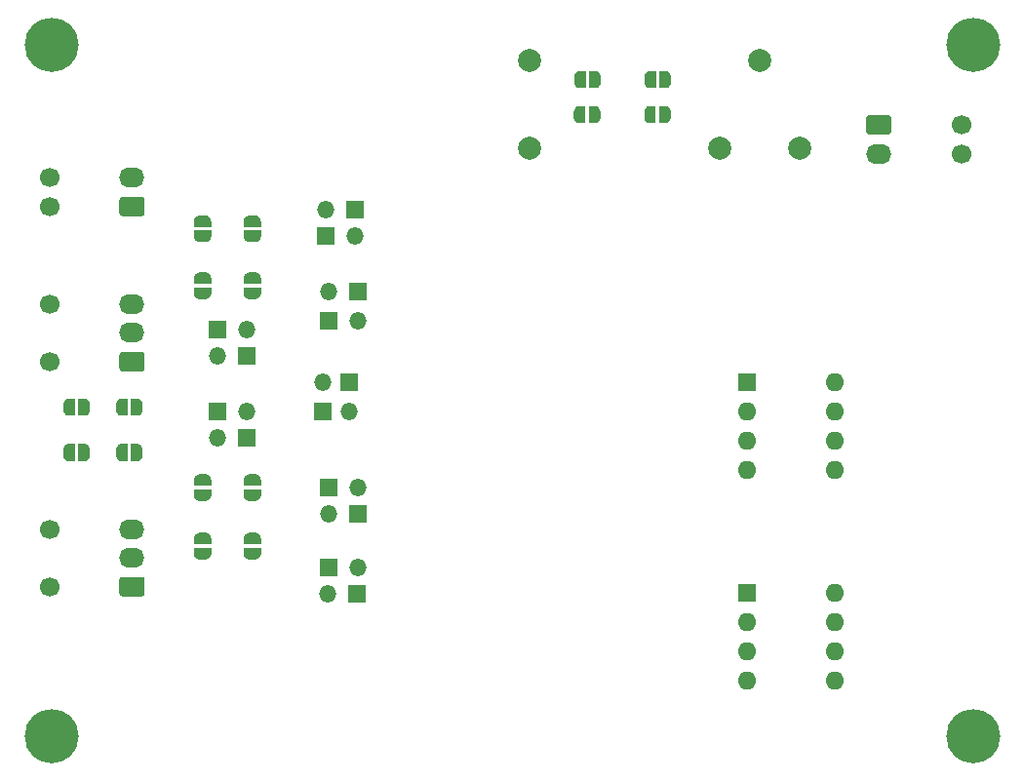
<source format=gbr>
%TF.GenerationSoftware,KiCad,Pcbnew,(5.1.10)-1*%
%TF.CreationDate,2022-04-28T16:13:21+02:00*%
%TF.ProjectId,BSPD-CV_3_0_03RC_B,42535044-2d43-4565-9f33-5f305f303352,rev?*%
%TF.SameCoordinates,Original*%
%TF.FileFunction,Soldermask,Bot*%
%TF.FilePolarity,Negative*%
%FSLAX46Y46*%
G04 Gerber Fmt 4.6, Leading zero omitted, Abs format (unit mm)*
G04 Created by KiCad (PCBNEW (5.1.10)-1) date 2022-04-28 16:13:21*
%MOMM*%
%LPD*%
G01*
G04 APERTURE LIST*
%ADD10C,2.000000*%
%ADD11C,0.100000*%
%ADD12O,1.500000X1.500000*%
%ADD13R,1.500000X1.500000*%
%ADD14O,1.600000X1.600000*%
%ADD15R,1.600000X1.600000*%
%ADD16C,1.700000*%
%ADD17O,2.200000X1.700000*%
%ADD18C,4.700000*%
G04 APERTURE END LIST*
D10*
%TO.C,K101*%
X214498000Y-99324000D03*
X210998000Y-106924000D03*
X217998000Y-106924000D03*
X194498000Y-106924000D03*
X194498000Y-99324000D03*
%TD*%
D11*
%TO.C,JP62*%
G36*
X159916000Y-128663000D02*
G01*
X160416000Y-128663000D01*
X160416000Y-128663602D01*
X160440534Y-128663602D01*
X160489365Y-128668412D01*
X160537490Y-128677984D01*
X160584445Y-128692228D01*
X160629778Y-128711005D01*
X160673051Y-128734136D01*
X160713850Y-128761396D01*
X160751779Y-128792524D01*
X160786476Y-128827221D01*
X160817604Y-128865150D01*
X160844864Y-128905949D01*
X160867995Y-128949222D01*
X160886772Y-128994555D01*
X160901016Y-129041510D01*
X160910588Y-129089635D01*
X160915398Y-129138466D01*
X160915398Y-129163000D01*
X160916000Y-129163000D01*
X160916000Y-129663000D01*
X160915398Y-129663000D01*
X160915398Y-129687534D01*
X160910588Y-129736365D01*
X160901016Y-129784490D01*
X160886772Y-129831445D01*
X160867995Y-129876778D01*
X160844864Y-129920051D01*
X160817604Y-129960850D01*
X160786476Y-129998779D01*
X160751779Y-130033476D01*
X160713850Y-130064604D01*
X160673051Y-130091864D01*
X160629778Y-130114995D01*
X160584445Y-130133772D01*
X160537490Y-130148016D01*
X160489365Y-130157588D01*
X160440534Y-130162398D01*
X160416000Y-130162398D01*
X160416000Y-130163000D01*
X159916000Y-130163000D01*
X159916000Y-128663000D01*
G37*
G36*
X159116000Y-130162398D02*
G01*
X159091466Y-130162398D01*
X159042635Y-130157588D01*
X158994510Y-130148016D01*
X158947555Y-130133772D01*
X158902222Y-130114995D01*
X158858949Y-130091864D01*
X158818150Y-130064604D01*
X158780221Y-130033476D01*
X158745524Y-129998779D01*
X158714396Y-129960850D01*
X158687136Y-129920051D01*
X158664005Y-129876778D01*
X158645228Y-129831445D01*
X158630984Y-129784490D01*
X158621412Y-129736365D01*
X158616602Y-129687534D01*
X158616602Y-129663000D01*
X158616000Y-129663000D01*
X158616000Y-129163000D01*
X158616602Y-129163000D01*
X158616602Y-129138466D01*
X158621412Y-129089635D01*
X158630984Y-129041510D01*
X158645228Y-128994555D01*
X158664005Y-128949222D01*
X158687136Y-128905949D01*
X158714396Y-128865150D01*
X158745524Y-128827221D01*
X158780221Y-128792524D01*
X158818150Y-128761396D01*
X158858949Y-128734136D01*
X158902222Y-128711005D01*
X158947555Y-128692228D01*
X158994510Y-128677984D01*
X159042635Y-128668412D01*
X159091466Y-128663602D01*
X159116000Y-128663602D01*
X159116000Y-128663000D01*
X159616000Y-128663000D01*
X159616000Y-130163000D01*
X159116000Y-130163000D01*
X159116000Y-130162398D01*
G37*
%TD*%
%TO.C,JP61*%
G36*
X159116000Y-134099398D02*
G01*
X159091466Y-134099398D01*
X159042635Y-134094588D01*
X158994510Y-134085016D01*
X158947555Y-134070772D01*
X158902222Y-134051995D01*
X158858949Y-134028864D01*
X158818150Y-134001604D01*
X158780221Y-133970476D01*
X158745524Y-133935779D01*
X158714396Y-133897850D01*
X158687136Y-133857051D01*
X158664005Y-133813778D01*
X158645228Y-133768445D01*
X158630984Y-133721490D01*
X158621412Y-133673365D01*
X158616602Y-133624534D01*
X158616602Y-133600000D01*
X158616000Y-133600000D01*
X158616000Y-133100000D01*
X158616602Y-133100000D01*
X158616602Y-133075466D01*
X158621412Y-133026635D01*
X158630984Y-132978510D01*
X158645228Y-132931555D01*
X158664005Y-132886222D01*
X158687136Y-132842949D01*
X158714396Y-132802150D01*
X158745524Y-132764221D01*
X158780221Y-132729524D01*
X158818150Y-132698396D01*
X158858949Y-132671136D01*
X158902222Y-132648005D01*
X158947555Y-132629228D01*
X158994510Y-132614984D01*
X159042635Y-132605412D01*
X159091466Y-132600602D01*
X159116000Y-132600602D01*
X159116000Y-132600000D01*
X159616000Y-132600000D01*
X159616000Y-134100000D01*
X159116000Y-134100000D01*
X159116000Y-134099398D01*
G37*
G36*
X159916000Y-132600000D02*
G01*
X160416000Y-132600000D01*
X160416000Y-132600602D01*
X160440534Y-132600602D01*
X160489365Y-132605412D01*
X160537490Y-132614984D01*
X160584445Y-132629228D01*
X160629778Y-132648005D01*
X160673051Y-132671136D01*
X160713850Y-132698396D01*
X160751779Y-132729524D01*
X160786476Y-132764221D01*
X160817604Y-132802150D01*
X160844864Y-132842949D01*
X160867995Y-132886222D01*
X160886772Y-132931555D01*
X160901016Y-132978510D01*
X160910588Y-133026635D01*
X160915398Y-133075466D01*
X160915398Y-133100000D01*
X160916000Y-133100000D01*
X160916000Y-133600000D01*
X160915398Y-133600000D01*
X160915398Y-133624534D01*
X160910588Y-133673365D01*
X160901016Y-133721490D01*
X160886772Y-133768445D01*
X160867995Y-133813778D01*
X160844864Y-133857051D01*
X160817604Y-133897850D01*
X160786476Y-133935779D01*
X160751779Y-133970476D01*
X160713850Y-134001604D01*
X160673051Y-134028864D01*
X160629778Y-134051995D01*
X160584445Y-134070772D01*
X160537490Y-134085016D01*
X160489365Y-134094588D01*
X160440534Y-134099398D01*
X160416000Y-134099398D01*
X160416000Y-134100000D01*
X159916000Y-134100000D01*
X159916000Y-132600000D01*
G37*
%TD*%
%TO.C,JP22*%
G36*
X155044000Y-130163000D02*
G01*
X154544000Y-130163000D01*
X154544000Y-130162398D01*
X154519466Y-130162398D01*
X154470635Y-130157588D01*
X154422510Y-130148016D01*
X154375555Y-130133772D01*
X154330222Y-130114995D01*
X154286949Y-130091864D01*
X154246150Y-130064604D01*
X154208221Y-130033476D01*
X154173524Y-129998779D01*
X154142396Y-129960850D01*
X154115136Y-129920051D01*
X154092005Y-129876778D01*
X154073228Y-129831445D01*
X154058984Y-129784490D01*
X154049412Y-129736365D01*
X154044602Y-129687534D01*
X154044602Y-129663000D01*
X154044000Y-129663000D01*
X154044000Y-129163000D01*
X154044602Y-129163000D01*
X154044602Y-129138466D01*
X154049412Y-129089635D01*
X154058984Y-129041510D01*
X154073228Y-128994555D01*
X154092005Y-128949222D01*
X154115136Y-128905949D01*
X154142396Y-128865150D01*
X154173524Y-128827221D01*
X154208221Y-128792524D01*
X154246150Y-128761396D01*
X154286949Y-128734136D01*
X154330222Y-128711005D01*
X154375555Y-128692228D01*
X154422510Y-128677984D01*
X154470635Y-128668412D01*
X154519466Y-128663602D01*
X154544000Y-128663602D01*
X154544000Y-128663000D01*
X155044000Y-128663000D01*
X155044000Y-130163000D01*
G37*
G36*
X155844000Y-128663602D02*
G01*
X155868534Y-128663602D01*
X155917365Y-128668412D01*
X155965490Y-128677984D01*
X156012445Y-128692228D01*
X156057778Y-128711005D01*
X156101051Y-128734136D01*
X156141850Y-128761396D01*
X156179779Y-128792524D01*
X156214476Y-128827221D01*
X156245604Y-128865150D01*
X156272864Y-128905949D01*
X156295995Y-128949222D01*
X156314772Y-128994555D01*
X156329016Y-129041510D01*
X156338588Y-129089635D01*
X156343398Y-129138466D01*
X156343398Y-129163000D01*
X156344000Y-129163000D01*
X156344000Y-129663000D01*
X156343398Y-129663000D01*
X156343398Y-129687534D01*
X156338588Y-129736365D01*
X156329016Y-129784490D01*
X156314772Y-129831445D01*
X156295995Y-129876778D01*
X156272864Y-129920051D01*
X156245604Y-129960850D01*
X156214476Y-129998779D01*
X156179779Y-130033476D01*
X156141850Y-130064604D01*
X156101051Y-130091864D01*
X156057778Y-130114995D01*
X156012445Y-130133772D01*
X155965490Y-130148016D01*
X155917365Y-130157588D01*
X155868534Y-130162398D01*
X155844000Y-130162398D01*
X155844000Y-130163000D01*
X155344000Y-130163000D01*
X155344000Y-128663000D01*
X155844000Y-128663000D01*
X155844000Y-128663602D01*
G37*
%TD*%
%TO.C,JP21*%
G36*
X155829000Y-132600602D02*
G01*
X155853534Y-132600602D01*
X155902365Y-132605412D01*
X155950490Y-132614984D01*
X155997445Y-132629228D01*
X156042778Y-132648005D01*
X156086051Y-132671136D01*
X156126850Y-132698396D01*
X156164779Y-132729524D01*
X156199476Y-132764221D01*
X156230604Y-132802150D01*
X156257864Y-132842949D01*
X156280995Y-132886222D01*
X156299772Y-132931555D01*
X156314016Y-132978510D01*
X156323588Y-133026635D01*
X156328398Y-133075466D01*
X156328398Y-133100000D01*
X156329000Y-133100000D01*
X156329000Y-133600000D01*
X156328398Y-133600000D01*
X156328398Y-133624534D01*
X156323588Y-133673365D01*
X156314016Y-133721490D01*
X156299772Y-133768445D01*
X156280995Y-133813778D01*
X156257864Y-133857051D01*
X156230604Y-133897850D01*
X156199476Y-133935779D01*
X156164779Y-133970476D01*
X156126850Y-134001604D01*
X156086051Y-134028864D01*
X156042778Y-134051995D01*
X155997445Y-134070772D01*
X155950490Y-134085016D01*
X155902365Y-134094588D01*
X155853534Y-134099398D01*
X155829000Y-134099398D01*
X155829000Y-134100000D01*
X155329000Y-134100000D01*
X155329000Y-132600000D01*
X155829000Y-132600000D01*
X155829000Y-132600602D01*
G37*
G36*
X155029000Y-134100000D02*
G01*
X154529000Y-134100000D01*
X154529000Y-134099398D01*
X154504466Y-134099398D01*
X154455635Y-134094588D01*
X154407510Y-134085016D01*
X154360555Y-134070772D01*
X154315222Y-134051995D01*
X154271949Y-134028864D01*
X154231150Y-134001604D01*
X154193221Y-133970476D01*
X154158524Y-133935779D01*
X154127396Y-133897850D01*
X154100136Y-133857051D01*
X154077005Y-133813778D01*
X154058228Y-133768445D01*
X154043984Y-133721490D01*
X154034412Y-133673365D01*
X154029602Y-133624534D01*
X154029602Y-133600000D01*
X154029000Y-133600000D01*
X154029000Y-133100000D01*
X154029602Y-133100000D01*
X154029602Y-133075466D01*
X154034412Y-133026635D01*
X154043984Y-132978510D01*
X154058228Y-132931555D01*
X154077005Y-132886222D01*
X154100136Y-132842949D01*
X154127396Y-132802150D01*
X154158524Y-132764221D01*
X154193221Y-132729524D01*
X154231150Y-132698396D01*
X154271949Y-132671136D01*
X154315222Y-132648005D01*
X154360555Y-132629228D01*
X154407510Y-132614984D01*
X154455635Y-132605412D01*
X154504466Y-132600602D01*
X154529000Y-132600602D01*
X154529000Y-132600000D01*
X155029000Y-132600000D01*
X155029000Y-134100000D01*
G37*
%TD*%
D12*
%TO.C,D56*%
X179578000Y-121920000D03*
D13*
X177038000Y-121920000D03*
%TD*%
D12*
%TO.C,D55*%
X177038000Y-119380000D03*
D13*
X179578000Y-119380000D03*
%TD*%
D12*
%TO.C,D47*%
X176784000Y-112268000D03*
D13*
X179324000Y-112268000D03*
%TD*%
D12*
%TO.C,D46*%
X179324000Y-114554000D03*
D13*
X176784000Y-114554000D03*
%TD*%
D12*
%TO.C,D22*%
X176530000Y-127254000D03*
D13*
X176530000Y-129794000D03*
%TD*%
D12*
%TO.C,D21*%
X178816000Y-129794000D03*
D13*
X178816000Y-127254000D03*
%TD*%
D12*
%TO.C,D54*%
X167386000Y-132080000D03*
D13*
X169926000Y-132080000D03*
%TD*%
D12*
%TO.C,D53*%
X169926000Y-129794000D03*
D13*
X167386000Y-129794000D03*
%TD*%
D12*
%TO.C,D52*%
X169926000Y-122682000D03*
D13*
X167386000Y-122682000D03*
%TD*%
D12*
%TO.C,D51*%
X167386000Y-124968000D03*
D13*
X169926000Y-124968000D03*
%TD*%
D12*
%TO.C,D44*%
X176974500Y-145669000D03*
D13*
X179514500Y-145669000D03*
%TD*%
D12*
%TO.C,D43*%
X179578000Y-143383000D03*
D13*
X177038000Y-143383000D03*
%TD*%
D12*
%TO.C,D42*%
X179641500Y-136398000D03*
D13*
X177101500Y-136398000D03*
%TD*%
D12*
%TO.C,D41*%
X177038000Y-138684000D03*
D13*
X179578000Y-138684000D03*
%TD*%
D11*
%TO.C,JP102*%
G36*
X206263000Y-103263602D02*
G01*
X206287534Y-103263602D01*
X206336365Y-103268412D01*
X206384490Y-103277984D01*
X206431445Y-103292228D01*
X206476778Y-103311005D01*
X206520051Y-103334136D01*
X206560850Y-103361396D01*
X206598779Y-103392524D01*
X206633476Y-103427221D01*
X206664604Y-103465150D01*
X206691864Y-103505949D01*
X206714995Y-103549222D01*
X206733772Y-103594555D01*
X206748016Y-103641510D01*
X206757588Y-103689635D01*
X206762398Y-103738466D01*
X206762398Y-103763000D01*
X206763000Y-103763000D01*
X206763000Y-104263000D01*
X206762398Y-104263000D01*
X206762398Y-104287534D01*
X206757588Y-104336365D01*
X206748016Y-104384490D01*
X206733772Y-104431445D01*
X206714995Y-104476778D01*
X206691864Y-104520051D01*
X206664604Y-104560850D01*
X206633476Y-104598779D01*
X206598779Y-104633476D01*
X206560850Y-104664604D01*
X206520051Y-104691864D01*
X206476778Y-104714995D01*
X206431445Y-104733772D01*
X206384490Y-104748016D01*
X206336365Y-104757588D01*
X206287534Y-104762398D01*
X206263000Y-104762398D01*
X206263000Y-104763000D01*
X205763000Y-104763000D01*
X205763000Y-103263000D01*
X206263000Y-103263000D01*
X206263000Y-103263602D01*
G37*
G36*
X205463000Y-104763000D02*
G01*
X204963000Y-104763000D01*
X204963000Y-104762398D01*
X204938466Y-104762398D01*
X204889635Y-104757588D01*
X204841510Y-104748016D01*
X204794555Y-104733772D01*
X204749222Y-104714995D01*
X204705949Y-104691864D01*
X204665150Y-104664604D01*
X204627221Y-104633476D01*
X204592524Y-104598779D01*
X204561396Y-104560850D01*
X204534136Y-104520051D01*
X204511005Y-104476778D01*
X204492228Y-104431445D01*
X204477984Y-104384490D01*
X204468412Y-104336365D01*
X204463602Y-104287534D01*
X204463602Y-104263000D01*
X204463000Y-104263000D01*
X204463000Y-103763000D01*
X204463602Y-103763000D01*
X204463602Y-103738466D01*
X204468412Y-103689635D01*
X204477984Y-103641510D01*
X204492228Y-103594555D01*
X204511005Y-103549222D01*
X204534136Y-103505949D01*
X204561396Y-103465150D01*
X204592524Y-103427221D01*
X204627221Y-103392524D01*
X204665150Y-103361396D01*
X204705949Y-103334136D01*
X204749222Y-103311005D01*
X204794555Y-103292228D01*
X204841510Y-103277984D01*
X204889635Y-103268412D01*
X204938466Y-103263602D01*
X204963000Y-103263602D01*
X204963000Y-103263000D01*
X205463000Y-103263000D01*
X205463000Y-104763000D01*
G37*
%TD*%
%TO.C,JP101*%
G36*
X205478000Y-101715000D02*
G01*
X204978000Y-101715000D01*
X204978000Y-101714398D01*
X204953466Y-101714398D01*
X204904635Y-101709588D01*
X204856510Y-101700016D01*
X204809555Y-101685772D01*
X204764222Y-101666995D01*
X204720949Y-101643864D01*
X204680150Y-101616604D01*
X204642221Y-101585476D01*
X204607524Y-101550779D01*
X204576396Y-101512850D01*
X204549136Y-101472051D01*
X204526005Y-101428778D01*
X204507228Y-101383445D01*
X204492984Y-101336490D01*
X204483412Y-101288365D01*
X204478602Y-101239534D01*
X204478602Y-101215000D01*
X204478000Y-101215000D01*
X204478000Y-100715000D01*
X204478602Y-100715000D01*
X204478602Y-100690466D01*
X204483412Y-100641635D01*
X204492984Y-100593510D01*
X204507228Y-100546555D01*
X204526005Y-100501222D01*
X204549136Y-100457949D01*
X204576396Y-100417150D01*
X204607524Y-100379221D01*
X204642221Y-100344524D01*
X204680150Y-100313396D01*
X204720949Y-100286136D01*
X204764222Y-100263005D01*
X204809555Y-100244228D01*
X204856510Y-100229984D01*
X204904635Y-100220412D01*
X204953466Y-100215602D01*
X204978000Y-100215602D01*
X204978000Y-100215000D01*
X205478000Y-100215000D01*
X205478000Y-101715000D01*
G37*
G36*
X206278000Y-100215602D02*
G01*
X206302534Y-100215602D01*
X206351365Y-100220412D01*
X206399490Y-100229984D01*
X206446445Y-100244228D01*
X206491778Y-100263005D01*
X206535051Y-100286136D01*
X206575850Y-100313396D01*
X206613779Y-100344524D01*
X206648476Y-100379221D01*
X206679604Y-100417150D01*
X206706864Y-100457949D01*
X206729995Y-100501222D01*
X206748772Y-100546555D01*
X206763016Y-100593510D01*
X206772588Y-100641635D01*
X206777398Y-100690466D01*
X206777398Y-100715000D01*
X206778000Y-100715000D01*
X206778000Y-101215000D01*
X206777398Y-101215000D01*
X206777398Y-101239534D01*
X206772588Y-101288365D01*
X206763016Y-101336490D01*
X206748772Y-101383445D01*
X206729995Y-101428778D01*
X206706864Y-101472051D01*
X206679604Y-101512850D01*
X206648476Y-101550779D01*
X206613779Y-101585476D01*
X206575850Y-101616604D01*
X206535051Y-101643864D01*
X206491778Y-101666995D01*
X206446445Y-101685772D01*
X206399490Y-101700016D01*
X206351365Y-101709588D01*
X206302534Y-101714398D01*
X206278000Y-101714398D01*
X206278000Y-101715000D01*
X205778000Y-101715000D01*
X205778000Y-100215000D01*
X206278000Y-100215000D01*
X206278000Y-100215602D01*
G37*
%TD*%
%TO.C,JP72*%
G36*
X200182000Y-100215602D02*
G01*
X200206534Y-100215602D01*
X200255365Y-100220412D01*
X200303490Y-100229984D01*
X200350445Y-100244228D01*
X200395778Y-100263005D01*
X200439051Y-100286136D01*
X200479850Y-100313396D01*
X200517779Y-100344524D01*
X200552476Y-100379221D01*
X200583604Y-100417150D01*
X200610864Y-100457949D01*
X200633995Y-100501222D01*
X200652772Y-100546555D01*
X200667016Y-100593510D01*
X200676588Y-100641635D01*
X200681398Y-100690466D01*
X200681398Y-100715000D01*
X200682000Y-100715000D01*
X200682000Y-101215000D01*
X200681398Y-101215000D01*
X200681398Y-101239534D01*
X200676588Y-101288365D01*
X200667016Y-101336490D01*
X200652772Y-101383445D01*
X200633995Y-101428778D01*
X200610864Y-101472051D01*
X200583604Y-101512850D01*
X200552476Y-101550779D01*
X200517779Y-101585476D01*
X200479850Y-101616604D01*
X200439051Y-101643864D01*
X200395778Y-101666995D01*
X200350445Y-101685772D01*
X200303490Y-101700016D01*
X200255365Y-101709588D01*
X200206534Y-101714398D01*
X200182000Y-101714398D01*
X200182000Y-101715000D01*
X199682000Y-101715000D01*
X199682000Y-100215000D01*
X200182000Y-100215000D01*
X200182000Y-100215602D01*
G37*
G36*
X199382000Y-101715000D02*
G01*
X198882000Y-101715000D01*
X198882000Y-101714398D01*
X198857466Y-101714398D01*
X198808635Y-101709588D01*
X198760510Y-101700016D01*
X198713555Y-101685772D01*
X198668222Y-101666995D01*
X198624949Y-101643864D01*
X198584150Y-101616604D01*
X198546221Y-101585476D01*
X198511524Y-101550779D01*
X198480396Y-101512850D01*
X198453136Y-101472051D01*
X198430005Y-101428778D01*
X198411228Y-101383445D01*
X198396984Y-101336490D01*
X198387412Y-101288365D01*
X198382602Y-101239534D01*
X198382602Y-101215000D01*
X198382000Y-101215000D01*
X198382000Y-100715000D01*
X198382602Y-100715000D01*
X198382602Y-100690466D01*
X198387412Y-100641635D01*
X198396984Y-100593510D01*
X198411228Y-100546555D01*
X198430005Y-100501222D01*
X198453136Y-100457949D01*
X198480396Y-100417150D01*
X198511524Y-100379221D01*
X198546221Y-100344524D01*
X198584150Y-100313396D01*
X198624949Y-100286136D01*
X198668222Y-100263005D01*
X198713555Y-100244228D01*
X198760510Y-100229984D01*
X198808635Y-100220412D01*
X198857466Y-100215602D01*
X198882000Y-100215602D01*
X198882000Y-100215000D01*
X199382000Y-100215000D01*
X199382000Y-101715000D01*
G37*
%TD*%
%TO.C,JP71*%
G36*
X199352000Y-104763000D02*
G01*
X198852000Y-104763000D01*
X198852000Y-104762398D01*
X198827466Y-104762398D01*
X198778635Y-104757588D01*
X198730510Y-104748016D01*
X198683555Y-104733772D01*
X198638222Y-104714995D01*
X198594949Y-104691864D01*
X198554150Y-104664604D01*
X198516221Y-104633476D01*
X198481524Y-104598779D01*
X198450396Y-104560850D01*
X198423136Y-104520051D01*
X198400005Y-104476778D01*
X198381228Y-104431445D01*
X198366984Y-104384490D01*
X198357412Y-104336365D01*
X198352602Y-104287534D01*
X198352602Y-104263000D01*
X198352000Y-104263000D01*
X198352000Y-103763000D01*
X198352602Y-103763000D01*
X198352602Y-103738466D01*
X198357412Y-103689635D01*
X198366984Y-103641510D01*
X198381228Y-103594555D01*
X198400005Y-103549222D01*
X198423136Y-103505949D01*
X198450396Y-103465150D01*
X198481524Y-103427221D01*
X198516221Y-103392524D01*
X198554150Y-103361396D01*
X198594949Y-103334136D01*
X198638222Y-103311005D01*
X198683555Y-103292228D01*
X198730510Y-103277984D01*
X198778635Y-103268412D01*
X198827466Y-103263602D01*
X198852000Y-103263602D01*
X198852000Y-103263000D01*
X199352000Y-103263000D01*
X199352000Y-104763000D01*
G37*
G36*
X200152000Y-103263602D02*
G01*
X200176534Y-103263602D01*
X200225365Y-103268412D01*
X200273490Y-103277984D01*
X200320445Y-103292228D01*
X200365778Y-103311005D01*
X200409051Y-103334136D01*
X200449850Y-103361396D01*
X200487779Y-103392524D01*
X200522476Y-103427221D01*
X200553604Y-103465150D01*
X200580864Y-103505949D01*
X200603995Y-103549222D01*
X200622772Y-103594555D01*
X200637016Y-103641510D01*
X200646588Y-103689635D01*
X200651398Y-103738466D01*
X200651398Y-103763000D01*
X200652000Y-103763000D01*
X200652000Y-104263000D01*
X200651398Y-104263000D01*
X200651398Y-104287534D01*
X200646588Y-104336365D01*
X200637016Y-104384490D01*
X200622772Y-104431445D01*
X200603995Y-104476778D01*
X200580864Y-104520051D01*
X200553604Y-104560850D01*
X200522476Y-104598779D01*
X200487779Y-104633476D01*
X200449850Y-104664604D01*
X200409051Y-104691864D01*
X200365778Y-104714995D01*
X200320445Y-104733772D01*
X200273490Y-104748016D01*
X200225365Y-104757588D01*
X200176534Y-104762398D01*
X200152000Y-104762398D01*
X200152000Y-104763000D01*
X199652000Y-104763000D01*
X199652000Y-103263000D01*
X200152000Y-103263000D01*
X200152000Y-103263602D01*
G37*
%TD*%
D14*
%TO.C,U91*%
X220980000Y-145542000D03*
X213360000Y-153162000D03*
X220980000Y-148082000D03*
X213360000Y-150622000D03*
X220980000Y-150622000D03*
X213360000Y-148082000D03*
X220980000Y-153162000D03*
D15*
X213360000Y-145542000D03*
%TD*%
D14*
%TO.C,U81*%
X220980000Y-127254000D03*
X213360000Y-134874000D03*
X220980000Y-129794000D03*
X213360000Y-132334000D03*
X220980000Y-132334000D03*
X213360000Y-129794000D03*
X220980000Y-134874000D03*
D15*
X213360000Y-127254000D03*
%TD*%
D16*
%TO.C,J3*%
X152820000Y-140000000D03*
X152820000Y-145000000D03*
D17*
X160000000Y-140000000D03*
X160000000Y-142500000D03*
G36*
G01*
X161100000Y-144400000D02*
X161100000Y-145600000D01*
G75*
G02*
X160850000Y-145850000I-250000J0D01*
G01*
X159150000Y-145850000D01*
G75*
G02*
X158900000Y-145600000I0J250000D01*
G01*
X158900000Y-144400000D01*
G75*
G02*
X159150000Y-144150000I250000J0D01*
G01*
X160850000Y-144150000D01*
G75*
G02*
X161100000Y-144400000I0J-250000D01*
G01*
G37*
%TD*%
D16*
%TO.C,J2*%
X152820000Y-120476000D03*
X152820000Y-125476000D03*
D17*
X160000000Y-120476000D03*
X160000000Y-122976000D03*
G36*
G01*
X161100000Y-124876000D02*
X161100000Y-126076000D01*
G75*
G02*
X160850000Y-126326000I-250000J0D01*
G01*
X159150000Y-126326000D01*
G75*
G02*
X158900000Y-126076000I0J250000D01*
G01*
X158900000Y-124876000D01*
G75*
G02*
X159150000Y-124626000I250000J0D01*
G01*
X160850000Y-124626000D01*
G75*
G02*
X161100000Y-124876000I0J-250000D01*
G01*
G37*
%TD*%
D16*
%TO.C,J4*%
X231995400Y-107402000D03*
X231995400Y-104902000D03*
D17*
X224815400Y-107402000D03*
G36*
G01*
X223715400Y-105502000D02*
X223715400Y-104302000D01*
G75*
G02*
X223965400Y-104052000I250000J0D01*
G01*
X225665400Y-104052000D01*
G75*
G02*
X225915400Y-104302000I0J-250000D01*
G01*
X225915400Y-105502000D01*
G75*
G02*
X225665400Y-105752000I-250000J0D01*
G01*
X223965400Y-105752000D01*
G75*
G02*
X223715400Y-105502000I0J250000D01*
G01*
G37*
%TD*%
D16*
%TO.C,J1*%
X152820000Y-109500000D03*
X152820000Y-112000000D03*
D17*
X160000000Y-109500000D03*
G36*
G01*
X161100000Y-111400000D02*
X161100000Y-112600000D01*
G75*
G02*
X160850000Y-112850000I-250000J0D01*
G01*
X159150000Y-112850000D01*
G75*
G02*
X158900000Y-112600000I0J250000D01*
G01*
X158900000Y-111400000D01*
G75*
G02*
X159150000Y-111150000I250000J0D01*
G01*
X160850000Y-111150000D01*
G75*
G02*
X161100000Y-111400000I0J-250000D01*
G01*
G37*
%TD*%
D18*
%TO.C,H4*%
X233000000Y-158000000D03*
%TD*%
%TO.C,H3*%
X153000000Y-158000000D03*
%TD*%
%TO.C,H2*%
X233000000Y-98000000D03*
%TD*%
%TO.C,H1*%
X153000000Y-98000000D03*
%TD*%
D11*
%TO.C,JP54*%
G36*
X169684000Y-136248000D02*
G01*
X169684000Y-135748000D01*
X169684602Y-135748000D01*
X169684602Y-135723466D01*
X169689412Y-135674635D01*
X169698984Y-135626510D01*
X169713228Y-135579555D01*
X169732005Y-135534222D01*
X169755136Y-135490949D01*
X169782396Y-135450150D01*
X169813524Y-135412221D01*
X169848221Y-135377524D01*
X169886150Y-135346396D01*
X169926949Y-135319136D01*
X169970222Y-135296005D01*
X170015555Y-135277228D01*
X170062510Y-135262984D01*
X170110635Y-135253412D01*
X170159466Y-135248602D01*
X170184000Y-135248602D01*
X170184000Y-135248000D01*
X170684000Y-135248000D01*
X170684000Y-135248602D01*
X170708534Y-135248602D01*
X170757365Y-135253412D01*
X170805490Y-135262984D01*
X170852445Y-135277228D01*
X170897778Y-135296005D01*
X170941051Y-135319136D01*
X170981850Y-135346396D01*
X171019779Y-135377524D01*
X171054476Y-135412221D01*
X171085604Y-135450150D01*
X171112864Y-135490949D01*
X171135995Y-135534222D01*
X171154772Y-135579555D01*
X171169016Y-135626510D01*
X171178588Y-135674635D01*
X171183398Y-135723466D01*
X171183398Y-135748000D01*
X171184000Y-135748000D01*
X171184000Y-136248000D01*
X169684000Y-136248000D01*
G37*
G36*
X171183398Y-137048000D02*
G01*
X171183398Y-137072534D01*
X171178588Y-137121365D01*
X171169016Y-137169490D01*
X171154772Y-137216445D01*
X171135995Y-137261778D01*
X171112864Y-137305051D01*
X171085604Y-137345850D01*
X171054476Y-137383779D01*
X171019779Y-137418476D01*
X170981850Y-137449604D01*
X170941051Y-137476864D01*
X170897778Y-137499995D01*
X170852445Y-137518772D01*
X170805490Y-137533016D01*
X170757365Y-137542588D01*
X170708534Y-137547398D01*
X170684000Y-137547398D01*
X170684000Y-137548000D01*
X170184000Y-137548000D01*
X170184000Y-137547398D01*
X170159466Y-137547398D01*
X170110635Y-137542588D01*
X170062510Y-137533016D01*
X170015555Y-137518772D01*
X169970222Y-137499995D01*
X169926949Y-137476864D01*
X169886150Y-137449604D01*
X169848221Y-137418476D01*
X169813524Y-137383779D01*
X169782396Y-137345850D01*
X169755136Y-137305051D01*
X169732005Y-137261778D01*
X169713228Y-137216445D01*
X169698984Y-137169490D01*
X169689412Y-137121365D01*
X169684602Y-137072534D01*
X169684602Y-137048000D01*
X169684000Y-137048000D01*
X169684000Y-136548000D01*
X171184000Y-136548000D01*
X171184000Y-137048000D01*
X171183398Y-137048000D01*
G37*
%TD*%
%TO.C,JP53*%
G36*
X169684602Y-140828000D02*
G01*
X169684602Y-140803466D01*
X169689412Y-140754635D01*
X169698984Y-140706510D01*
X169713228Y-140659555D01*
X169732005Y-140614222D01*
X169755136Y-140570949D01*
X169782396Y-140530150D01*
X169813524Y-140492221D01*
X169848221Y-140457524D01*
X169886150Y-140426396D01*
X169926949Y-140399136D01*
X169970222Y-140376005D01*
X170015555Y-140357228D01*
X170062510Y-140342984D01*
X170110635Y-140333412D01*
X170159466Y-140328602D01*
X170184000Y-140328602D01*
X170184000Y-140328000D01*
X170684000Y-140328000D01*
X170684000Y-140328602D01*
X170708534Y-140328602D01*
X170757365Y-140333412D01*
X170805490Y-140342984D01*
X170852445Y-140357228D01*
X170897778Y-140376005D01*
X170941051Y-140399136D01*
X170981850Y-140426396D01*
X171019779Y-140457524D01*
X171054476Y-140492221D01*
X171085604Y-140530150D01*
X171112864Y-140570949D01*
X171135995Y-140614222D01*
X171154772Y-140659555D01*
X171169016Y-140706510D01*
X171178588Y-140754635D01*
X171183398Y-140803466D01*
X171183398Y-140828000D01*
X171184000Y-140828000D01*
X171184000Y-141328000D01*
X169684000Y-141328000D01*
X169684000Y-140828000D01*
X169684602Y-140828000D01*
G37*
G36*
X171184000Y-141628000D02*
G01*
X171184000Y-142128000D01*
X171183398Y-142128000D01*
X171183398Y-142152534D01*
X171178588Y-142201365D01*
X171169016Y-142249490D01*
X171154772Y-142296445D01*
X171135995Y-142341778D01*
X171112864Y-142385051D01*
X171085604Y-142425850D01*
X171054476Y-142463779D01*
X171019779Y-142498476D01*
X170981850Y-142529604D01*
X170941051Y-142556864D01*
X170897778Y-142579995D01*
X170852445Y-142598772D01*
X170805490Y-142613016D01*
X170757365Y-142622588D01*
X170708534Y-142627398D01*
X170684000Y-142627398D01*
X170684000Y-142628000D01*
X170184000Y-142628000D01*
X170184000Y-142627398D01*
X170159466Y-142627398D01*
X170110635Y-142622588D01*
X170062510Y-142613016D01*
X170015555Y-142598772D01*
X169970222Y-142579995D01*
X169926949Y-142556864D01*
X169886150Y-142529604D01*
X169848221Y-142498476D01*
X169813524Y-142463779D01*
X169782396Y-142425850D01*
X169755136Y-142385051D01*
X169732005Y-142341778D01*
X169713228Y-142296445D01*
X169698984Y-142249490D01*
X169689412Y-142201365D01*
X169684602Y-142152534D01*
X169684602Y-142128000D01*
X169684000Y-142128000D01*
X169684000Y-141628000D01*
X171184000Y-141628000D01*
G37*
%TD*%
%TO.C,JP52*%
G36*
X166865398Y-137048000D02*
G01*
X166865398Y-137072534D01*
X166860588Y-137121365D01*
X166851016Y-137169490D01*
X166836772Y-137216445D01*
X166817995Y-137261778D01*
X166794864Y-137305051D01*
X166767604Y-137345850D01*
X166736476Y-137383779D01*
X166701779Y-137418476D01*
X166663850Y-137449604D01*
X166623051Y-137476864D01*
X166579778Y-137499995D01*
X166534445Y-137518772D01*
X166487490Y-137533016D01*
X166439365Y-137542588D01*
X166390534Y-137547398D01*
X166366000Y-137547398D01*
X166366000Y-137548000D01*
X165866000Y-137548000D01*
X165866000Y-137547398D01*
X165841466Y-137547398D01*
X165792635Y-137542588D01*
X165744510Y-137533016D01*
X165697555Y-137518772D01*
X165652222Y-137499995D01*
X165608949Y-137476864D01*
X165568150Y-137449604D01*
X165530221Y-137418476D01*
X165495524Y-137383779D01*
X165464396Y-137345850D01*
X165437136Y-137305051D01*
X165414005Y-137261778D01*
X165395228Y-137216445D01*
X165380984Y-137169490D01*
X165371412Y-137121365D01*
X165366602Y-137072534D01*
X165366602Y-137048000D01*
X165366000Y-137048000D01*
X165366000Y-136548000D01*
X166866000Y-136548000D01*
X166866000Y-137048000D01*
X166865398Y-137048000D01*
G37*
G36*
X165366000Y-136248000D02*
G01*
X165366000Y-135748000D01*
X165366602Y-135748000D01*
X165366602Y-135723466D01*
X165371412Y-135674635D01*
X165380984Y-135626510D01*
X165395228Y-135579555D01*
X165414005Y-135534222D01*
X165437136Y-135490949D01*
X165464396Y-135450150D01*
X165495524Y-135412221D01*
X165530221Y-135377524D01*
X165568150Y-135346396D01*
X165608949Y-135319136D01*
X165652222Y-135296005D01*
X165697555Y-135277228D01*
X165744510Y-135262984D01*
X165792635Y-135253412D01*
X165841466Y-135248602D01*
X165866000Y-135248602D01*
X165866000Y-135248000D01*
X166366000Y-135248000D01*
X166366000Y-135248602D01*
X166390534Y-135248602D01*
X166439365Y-135253412D01*
X166487490Y-135262984D01*
X166534445Y-135277228D01*
X166579778Y-135296005D01*
X166623051Y-135319136D01*
X166663850Y-135346396D01*
X166701779Y-135377524D01*
X166736476Y-135412221D01*
X166767604Y-135450150D01*
X166794864Y-135490949D01*
X166817995Y-135534222D01*
X166836772Y-135579555D01*
X166851016Y-135626510D01*
X166860588Y-135674635D01*
X166865398Y-135723466D01*
X166865398Y-135748000D01*
X166866000Y-135748000D01*
X166866000Y-136248000D01*
X165366000Y-136248000D01*
G37*
%TD*%
%TO.C,JP51*%
G36*
X166866000Y-141628000D02*
G01*
X166866000Y-142128000D01*
X166865398Y-142128000D01*
X166865398Y-142152534D01*
X166860588Y-142201365D01*
X166851016Y-142249490D01*
X166836772Y-142296445D01*
X166817995Y-142341778D01*
X166794864Y-142385051D01*
X166767604Y-142425850D01*
X166736476Y-142463779D01*
X166701779Y-142498476D01*
X166663850Y-142529604D01*
X166623051Y-142556864D01*
X166579778Y-142579995D01*
X166534445Y-142598772D01*
X166487490Y-142613016D01*
X166439365Y-142622588D01*
X166390534Y-142627398D01*
X166366000Y-142627398D01*
X166366000Y-142628000D01*
X165866000Y-142628000D01*
X165866000Y-142627398D01*
X165841466Y-142627398D01*
X165792635Y-142622588D01*
X165744510Y-142613016D01*
X165697555Y-142598772D01*
X165652222Y-142579995D01*
X165608949Y-142556864D01*
X165568150Y-142529604D01*
X165530221Y-142498476D01*
X165495524Y-142463779D01*
X165464396Y-142425850D01*
X165437136Y-142385051D01*
X165414005Y-142341778D01*
X165395228Y-142296445D01*
X165380984Y-142249490D01*
X165371412Y-142201365D01*
X165366602Y-142152534D01*
X165366602Y-142128000D01*
X165366000Y-142128000D01*
X165366000Y-141628000D01*
X166866000Y-141628000D01*
G37*
G36*
X165366602Y-140828000D02*
G01*
X165366602Y-140803466D01*
X165371412Y-140754635D01*
X165380984Y-140706510D01*
X165395228Y-140659555D01*
X165414005Y-140614222D01*
X165437136Y-140570949D01*
X165464396Y-140530150D01*
X165495524Y-140492221D01*
X165530221Y-140457524D01*
X165568150Y-140426396D01*
X165608949Y-140399136D01*
X165652222Y-140376005D01*
X165697555Y-140357228D01*
X165744510Y-140342984D01*
X165792635Y-140333412D01*
X165841466Y-140328602D01*
X165866000Y-140328602D01*
X165866000Y-140328000D01*
X166366000Y-140328000D01*
X166366000Y-140328602D01*
X166390534Y-140328602D01*
X166439365Y-140333412D01*
X166487490Y-140342984D01*
X166534445Y-140357228D01*
X166579778Y-140376005D01*
X166623051Y-140399136D01*
X166663850Y-140426396D01*
X166701779Y-140457524D01*
X166736476Y-140492221D01*
X166767604Y-140530150D01*
X166794864Y-140570949D01*
X166817995Y-140614222D01*
X166836772Y-140659555D01*
X166851016Y-140706510D01*
X166860588Y-140754635D01*
X166865398Y-140803466D01*
X166865398Y-140828000D01*
X166866000Y-140828000D01*
X166866000Y-141328000D01*
X165366000Y-141328000D01*
X165366000Y-140828000D01*
X165366602Y-140828000D01*
G37*
%TD*%
%TO.C,JP44*%
G36*
X169684000Y-113784000D02*
G01*
X169684000Y-113284000D01*
X169684602Y-113284000D01*
X169684602Y-113259466D01*
X169689412Y-113210635D01*
X169698984Y-113162510D01*
X169713228Y-113115555D01*
X169732005Y-113070222D01*
X169755136Y-113026949D01*
X169782396Y-112986150D01*
X169813524Y-112948221D01*
X169848221Y-112913524D01*
X169886150Y-112882396D01*
X169926949Y-112855136D01*
X169970222Y-112832005D01*
X170015555Y-112813228D01*
X170062510Y-112798984D01*
X170110635Y-112789412D01*
X170159466Y-112784602D01*
X170184000Y-112784602D01*
X170184000Y-112784000D01*
X170684000Y-112784000D01*
X170684000Y-112784602D01*
X170708534Y-112784602D01*
X170757365Y-112789412D01*
X170805490Y-112798984D01*
X170852445Y-112813228D01*
X170897778Y-112832005D01*
X170941051Y-112855136D01*
X170981850Y-112882396D01*
X171019779Y-112913524D01*
X171054476Y-112948221D01*
X171085604Y-112986150D01*
X171112864Y-113026949D01*
X171135995Y-113070222D01*
X171154772Y-113115555D01*
X171169016Y-113162510D01*
X171178588Y-113210635D01*
X171183398Y-113259466D01*
X171183398Y-113284000D01*
X171184000Y-113284000D01*
X171184000Y-113784000D01*
X169684000Y-113784000D01*
G37*
G36*
X171183398Y-114584000D02*
G01*
X171183398Y-114608534D01*
X171178588Y-114657365D01*
X171169016Y-114705490D01*
X171154772Y-114752445D01*
X171135995Y-114797778D01*
X171112864Y-114841051D01*
X171085604Y-114881850D01*
X171054476Y-114919779D01*
X171019779Y-114954476D01*
X170981850Y-114985604D01*
X170941051Y-115012864D01*
X170897778Y-115035995D01*
X170852445Y-115054772D01*
X170805490Y-115069016D01*
X170757365Y-115078588D01*
X170708534Y-115083398D01*
X170684000Y-115083398D01*
X170684000Y-115084000D01*
X170184000Y-115084000D01*
X170184000Y-115083398D01*
X170159466Y-115083398D01*
X170110635Y-115078588D01*
X170062510Y-115069016D01*
X170015555Y-115054772D01*
X169970222Y-115035995D01*
X169926949Y-115012864D01*
X169886150Y-114985604D01*
X169848221Y-114954476D01*
X169813524Y-114919779D01*
X169782396Y-114881850D01*
X169755136Y-114841051D01*
X169732005Y-114797778D01*
X169713228Y-114752445D01*
X169698984Y-114705490D01*
X169689412Y-114657365D01*
X169684602Y-114608534D01*
X169684602Y-114584000D01*
X169684000Y-114584000D01*
X169684000Y-114084000D01*
X171184000Y-114084000D01*
X171184000Y-114584000D01*
X171183398Y-114584000D01*
G37*
%TD*%
%TO.C,JP43*%
G36*
X169684602Y-118222000D02*
G01*
X169684602Y-118197466D01*
X169689412Y-118148635D01*
X169698984Y-118100510D01*
X169713228Y-118053555D01*
X169732005Y-118008222D01*
X169755136Y-117964949D01*
X169782396Y-117924150D01*
X169813524Y-117886221D01*
X169848221Y-117851524D01*
X169886150Y-117820396D01*
X169926949Y-117793136D01*
X169970222Y-117770005D01*
X170015555Y-117751228D01*
X170062510Y-117736984D01*
X170110635Y-117727412D01*
X170159466Y-117722602D01*
X170184000Y-117722602D01*
X170184000Y-117722000D01*
X170684000Y-117722000D01*
X170684000Y-117722602D01*
X170708534Y-117722602D01*
X170757365Y-117727412D01*
X170805490Y-117736984D01*
X170852445Y-117751228D01*
X170897778Y-117770005D01*
X170941051Y-117793136D01*
X170981850Y-117820396D01*
X171019779Y-117851524D01*
X171054476Y-117886221D01*
X171085604Y-117924150D01*
X171112864Y-117964949D01*
X171135995Y-118008222D01*
X171154772Y-118053555D01*
X171169016Y-118100510D01*
X171178588Y-118148635D01*
X171183398Y-118197466D01*
X171183398Y-118222000D01*
X171184000Y-118222000D01*
X171184000Y-118722000D01*
X169684000Y-118722000D01*
X169684000Y-118222000D01*
X169684602Y-118222000D01*
G37*
G36*
X171184000Y-119022000D02*
G01*
X171184000Y-119522000D01*
X171183398Y-119522000D01*
X171183398Y-119546534D01*
X171178588Y-119595365D01*
X171169016Y-119643490D01*
X171154772Y-119690445D01*
X171135995Y-119735778D01*
X171112864Y-119779051D01*
X171085604Y-119819850D01*
X171054476Y-119857779D01*
X171019779Y-119892476D01*
X170981850Y-119923604D01*
X170941051Y-119950864D01*
X170897778Y-119973995D01*
X170852445Y-119992772D01*
X170805490Y-120007016D01*
X170757365Y-120016588D01*
X170708534Y-120021398D01*
X170684000Y-120021398D01*
X170684000Y-120022000D01*
X170184000Y-120022000D01*
X170184000Y-120021398D01*
X170159466Y-120021398D01*
X170110635Y-120016588D01*
X170062510Y-120007016D01*
X170015555Y-119992772D01*
X169970222Y-119973995D01*
X169926949Y-119950864D01*
X169886150Y-119923604D01*
X169848221Y-119892476D01*
X169813524Y-119857779D01*
X169782396Y-119819850D01*
X169755136Y-119779051D01*
X169732005Y-119735778D01*
X169713228Y-119690445D01*
X169698984Y-119643490D01*
X169689412Y-119595365D01*
X169684602Y-119546534D01*
X169684602Y-119522000D01*
X169684000Y-119522000D01*
X169684000Y-119022000D01*
X171184000Y-119022000D01*
G37*
%TD*%
%TO.C,JP42*%
G36*
X166865398Y-114584000D02*
G01*
X166865398Y-114608534D01*
X166860588Y-114657365D01*
X166851016Y-114705490D01*
X166836772Y-114752445D01*
X166817995Y-114797778D01*
X166794864Y-114841051D01*
X166767604Y-114881850D01*
X166736476Y-114919779D01*
X166701779Y-114954476D01*
X166663850Y-114985604D01*
X166623051Y-115012864D01*
X166579778Y-115035995D01*
X166534445Y-115054772D01*
X166487490Y-115069016D01*
X166439365Y-115078588D01*
X166390534Y-115083398D01*
X166366000Y-115083398D01*
X166366000Y-115084000D01*
X165866000Y-115084000D01*
X165866000Y-115083398D01*
X165841466Y-115083398D01*
X165792635Y-115078588D01*
X165744510Y-115069016D01*
X165697555Y-115054772D01*
X165652222Y-115035995D01*
X165608949Y-115012864D01*
X165568150Y-114985604D01*
X165530221Y-114954476D01*
X165495524Y-114919779D01*
X165464396Y-114881850D01*
X165437136Y-114841051D01*
X165414005Y-114797778D01*
X165395228Y-114752445D01*
X165380984Y-114705490D01*
X165371412Y-114657365D01*
X165366602Y-114608534D01*
X165366602Y-114584000D01*
X165366000Y-114584000D01*
X165366000Y-114084000D01*
X166866000Y-114084000D01*
X166866000Y-114584000D01*
X166865398Y-114584000D01*
G37*
G36*
X165366000Y-113784000D02*
G01*
X165366000Y-113284000D01*
X165366602Y-113284000D01*
X165366602Y-113259466D01*
X165371412Y-113210635D01*
X165380984Y-113162510D01*
X165395228Y-113115555D01*
X165414005Y-113070222D01*
X165437136Y-113026949D01*
X165464396Y-112986150D01*
X165495524Y-112948221D01*
X165530221Y-112913524D01*
X165568150Y-112882396D01*
X165608949Y-112855136D01*
X165652222Y-112832005D01*
X165697555Y-112813228D01*
X165744510Y-112798984D01*
X165792635Y-112789412D01*
X165841466Y-112784602D01*
X165866000Y-112784602D01*
X165866000Y-112784000D01*
X166366000Y-112784000D01*
X166366000Y-112784602D01*
X166390534Y-112784602D01*
X166439365Y-112789412D01*
X166487490Y-112798984D01*
X166534445Y-112813228D01*
X166579778Y-112832005D01*
X166623051Y-112855136D01*
X166663850Y-112882396D01*
X166701779Y-112913524D01*
X166736476Y-112948221D01*
X166767604Y-112986150D01*
X166794864Y-113026949D01*
X166817995Y-113070222D01*
X166836772Y-113115555D01*
X166851016Y-113162510D01*
X166860588Y-113210635D01*
X166865398Y-113259466D01*
X166865398Y-113284000D01*
X166866000Y-113284000D01*
X166866000Y-113784000D01*
X165366000Y-113784000D01*
G37*
%TD*%
%TO.C,JP41*%
G36*
X166866000Y-119022000D02*
G01*
X166866000Y-119522000D01*
X166865398Y-119522000D01*
X166865398Y-119546534D01*
X166860588Y-119595365D01*
X166851016Y-119643490D01*
X166836772Y-119690445D01*
X166817995Y-119735778D01*
X166794864Y-119779051D01*
X166767604Y-119819850D01*
X166736476Y-119857779D01*
X166701779Y-119892476D01*
X166663850Y-119923604D01*
X166623051Y-119950864D01*
X166579778Y-119973995D01*
X166534445Y-119992772D01*
X166487490Y-120007016D01*
X166439365Y-120016588D01*
X166390534Y-120021398D01*
X166366000Y-120021398D01*
X166366000Y-120022000D01*
X165866000Y-120022000D01*
X165866000Y-120021398D01*
X165841466Y-120021398D01*
X165792635Y-120016588D01*
X165744510Y-120007016D01*
X165697555Y-119992772D01*
X165652222Y-119973995D01*
X165608949Y-119950864D01*
X165568150Y-119923604D01*
X165530221Y-119892476D01*
X165495524Y-119857779D01*
X165464396Y-119819850D01*
X165437136Y-119779051D01*
X165414005Y-119735778D01*
X165395228Y-119690445D01*
X165380984Y-119643490D01*
X165371412Y-119595365D01*
X165366602Y-119546534D01*
X165366602Y-119522000D01*
X165366000Y-119522000D01*
X165366000Y-119022000D01*
X166866000Y-119022000D01*
G37*
G36*
X165366602Y-118222000D02*
G01*
X165366602Y-118197466D01*
X165371412Y-118148635D01*
X165380984Y-118100510D01*
X165395228Y-118053555D01*
X165414005Y-118008222D01*
X165437136Y-117964949D01*
X165464396Y-117924150D01*
X165495524Y-117886221D01*
X165530221Y-117851524D01*
X165568150Y-117820396D01*
X165608949Y-117793136D01*
X165652222Y-117770005D01*
X165697555Y-117751228D01*
X165744510Y-117736984D01*
X165792635Y-117727412D01*
X165841466Y-117722602D01*
X165866000Y-117722602D01*
X165866000Y-117722000D01*
X166366000Y-117722000D01*
X166366000Y-117722602D01*
X166390534Y-117722602D01*
X166439365Y-117727412D01*
X166487490Y-117736984D01*
X166534445Y-117751228D01*
X166579778Y-117770005D01*
X166623051Y-117793136D01*
X166663850Y-117820396D01*
X166701779Y-117851524D01*
X166736476Y-117886221D01*
X166767604Y-117924150D01*
X166794864Y-117964949D01*
X166817995Y-118008222D01*
X166836772Y-118053555D01*
X166851016Y-118100510D01*
X166860588Y-118148635D01*
X166865398Y-118197466D01*
X166865398Y-118222000D01*
X166866000Y-118222000D01*
X166866000Y-118722000D01*
X165366000Y-118722000D01*
X165366000Y-118222000D01*
X165366602Y-118222000D01*
G37*
%TD*%
M02*

</source>
